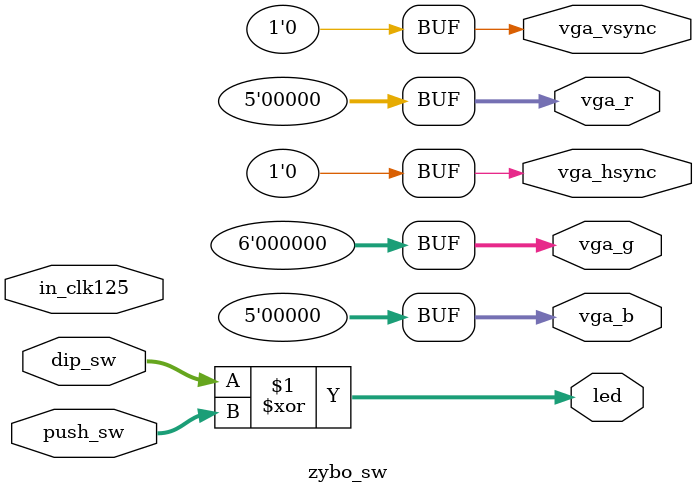
<source format=v>
module zybo_sw(	// file.cleaned.mlir:2:3
  input        in_clk125,	// file.cleaned.mlir:2:25
  input  [3:0] push_sw,	// file.cleaned.mlir:2:45
               dip_sw,	// file.cleaned.mlir:2:63
  output       vga_hsync,	// file.cleaned.mlir:2:81
               vga_vsync,	// file.cleaned.mlir:2:101
  output [4:0] vga_r,	// file.cleaned.mlir:2:121
  output [5:0] vga_g,	// file.cleaned.mlir:2:137
  output [4:0] vga_b,	// file.cleaned.mlir:2:153
  output [3:0] led	// file.cleaned.mlir:2:169
);

  assign vga_hsync = 1'h0;	// file.cleaned.mlir:3:14, :7:5
  assign vga_vsync = 1'h0;	// file.cleaned.mlir:3:14, :7:5
  assign vga_r = 5'h0;	// file.cleaned.mlir:4:14, :7:5
  assign vga_g = 6'h0;	// file.cleaned.mlir:5:14, :7:5
  assign vga_b = 5'h0;	// file.cleaned.mlir:4:14, :7:5
  assign led = dip_sw ^ push_sw;	// file.cleaned.mlir:6:10, :7:5
endmodule


</source>
